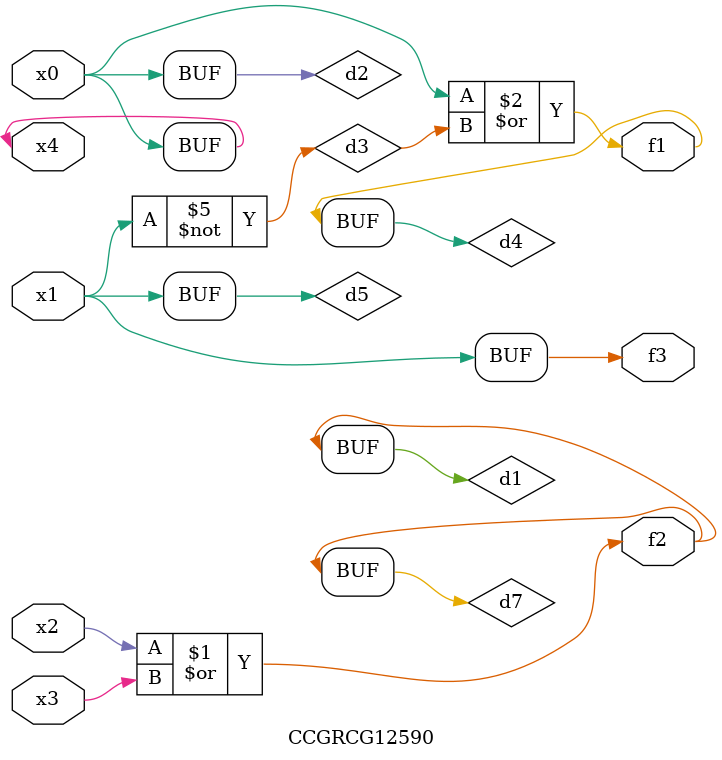
<source format=v>
module CCGRCG12590(
	input x0, x1, x2, x3, x4,
	output f1, f2, f3
);

	wire d1, d2, d3, d4, d5, d6, d7;

	or (d1, x2, x3);
	buf (d2, x0, x4);
	not (d3, x1);
	or (d4, d2, d3);
	not (d5, d3);
	nand (d6, d1, d3);
	or (d7, d1);
	assign f1 = d4;
	assign f2 = d7;
	assign f3 = d5;
endmodule

</source>
